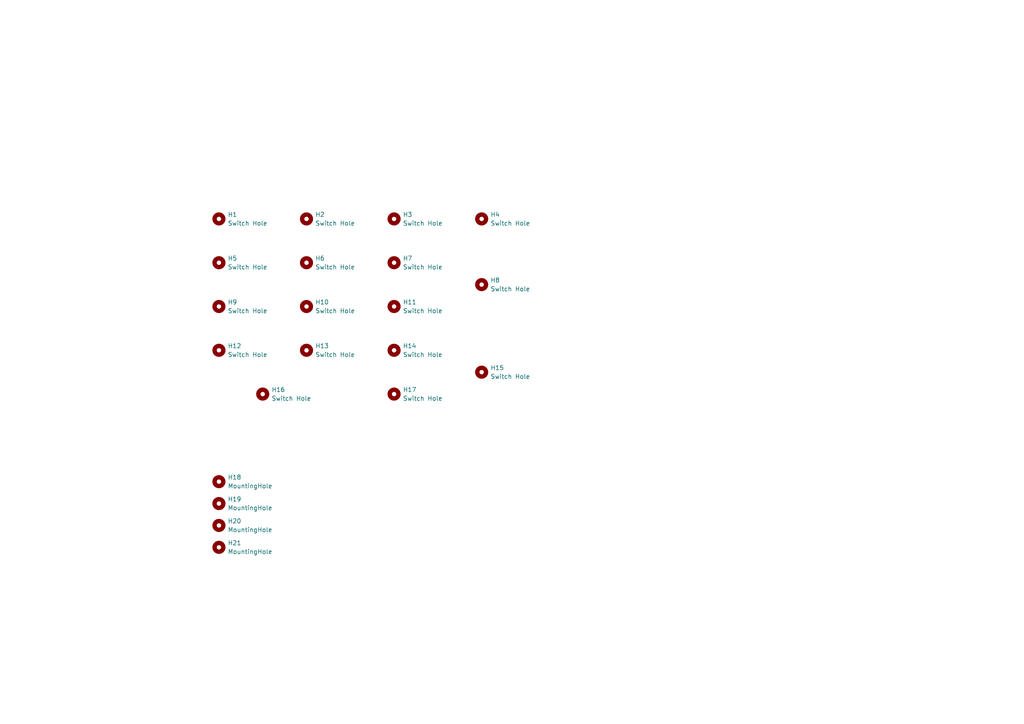
<source format=kicad_sch>
(kicad_sch (version 20230121) (generator eeschema)
  (paper "A4")
  (lib_symbols
    (symbol "Mechanical:MountingHole" (pin_names (offset 1.016))
      (property "Reference" "H" (at 0 5.08 0))
      (property "Value" "MountingHole" (at 0 3.175 0))
      (symbol "MountingHole_0_1"
        (circle (center 0 0) (radius 1.27) (stroke (width 1.27)))
      )
    )
  )
  (symbol (lib_id "Mechanical:MountingHole") (at 63.5 76.2 0) (unit 1)
    (property "Reference" "H5" (at 66.04 74.93 0) (effects (justify left)))
    (property "Value" "Switch Hole" (at 66.04 77.47 0) (effects (justify left)))
    (property "Footprint" "Ultramarine-2:MX_TopPlate" (effects hide))
  )
  (symbol (lib_id "Mechanical:MountingHole") (at 63.5 139.7 0) (unit 1)
    (property "Reference" "H18" (at 66.04 138.43 0) (effects (justify left)))
    (property "Value" "MountingHole" (at 66.04 140.97 0) (effects (justify left)))
    (property "Footprint" "MountingHole:MountingHole_2.2mm_M2" (effects hide))
  )
  (symbol (lib_id "Mechanical:MountingHole") (at 63.5 152.4 0) (unit 1)
    (property "Reference" "H20" (at 66.04 151.13 0) (effects (justify left)))
    (property "Value" "MountingHole" (at 66.04 153.67 0) (effects (justify left)))
    (property "Footprint" "MountingHole:MountingHole_2.2mm_M2" (effects hide))
  )
  (symbol (lib_id "Mechanical:MountingHole") (at 114.3 114.3 0) (unit 1)
    (property "Reference" "H17" (at 116.84 113.03 0) (effects (justify left)))
    (property "Value" "Switch Hole" (at 116.84 115.57 0) (effects (justify left)))
    (property "Footprint" "Ultramarine-2:MX_TopPlate" (effects hide))
  )
  (symbol (lib_id "Mechanical:MountingHole") (at 114.3 76.2 0) (unit 1)
    (property "Reference" "H7" (at 116.84 74.93 0) (effects (justify left)))
    (property "Value" "Switch Hole" (at 116.84 77.47 0) (effects (justify left)))
    (property "Footprint" "Ultramarine-2:MX_TopPlate" (effects hide))
  )
  (symbol (lib_id "Mechanical:MountingHole") (at 63.5 63.5 0) (unit 1)
    (property "Reference" "H1" (at 66.04 62.23 0) (effects (justify left)))
    (property "Value" "Switch Hole" (at 66.04 64.77 0) (effects (justify left)))
    (property "Footprint" "Ultramarine-2:MX_TopPlate" (effects hide))
  )
  (symbol (lib_id "Mechanical:MountingHole") (at 114.3 101.6 0) (unit 1)
    (property "Reference" "H14" (at 116.84 100.33 0) (effects (justify left)))
    (property "Value" "Switch Hole" (at 116.84 102.87 0) (effects (justify left)))
    (property "Footprint" "Ultramarine-2:MX_TopPlate" (effects hide))
  )
  (symbol (lib_id "Mechanical:MountingHole") (at 139.7 82.55 0) (unit 1)
    (property "Reference" "H8" (at 142.24 81.28 0) (effects (justify left)))
    (property "Value" "Switch Hole" (at 142.24 83.82 0) (effects (justify left)))
    (property "Footprint" "Ultramarine-2:MX TopPlate_2u" (effects hide))
  )
  (symbol (lib_id "Mechanical:MountingHole") (at 114.3 88.9 0) (unit 1)
    (property "Reference" "H11" (at 116.84 87.63 0) (effects (justify left)))
    (property "Value" "Switch Hole" (at 116.84 90.17 0) (effects (justify left)))
    (property "Footprint" "Ultramarine-2:MX_TopPlate" (effects hide))
  )
  (symbol (lib_id "Mechanical:MountingHole") (at 88.9 88.9 0) (unit 1)
    (property "Reference" "H10" (at 91.44 87.63 0) (effects (justify left)))
    (property "Value" "Switch Hole" (at 91.44 90.17 0) (effects (justify left)))
    (property "Footprint" "Ultramarine-2:MX_TopPlate" (effects hide))
  )
  (symbol (lib_id "Mechanical:MountingHole") (at 63.5 146.05 0) (unit 1)
    (property "Reference" "H19" (at 66.04 144.78 0) (effects (justify left)))
    (property "Value" "MountingHole" (at 66.04 147.32 0) (effects (justify left)))
    (property "Footprint" "MountingHole:MountingHole_2.2mm_M2" (effects hide))
  )
  (symbol (lib_id "Mechanical:MountingHole") (at 63.5 158.75 0) (unit 1)
    (property "Reference" "H21" (at 66.04 157.48 0) (effects (justify left)))
    (property "Value" "MountingHole" (at 66.04 160.02 0) (effects (justify left)))
    (property "Footprint" "MountingHole:MountingHole_2.2mm_M2" (effects hide))
  )
  (symbol (lib_id "Mechanical:MountingHole") (at 63.5 88.9 0) (unit 1)
    (property "Reference" "H9" (at 66.04 87.63 0) (effects (justify left)))
    (property "Value" "Switch Hole" (at 66.04 90.17 0) (effects (justify left)))
    (property "Footprint" "Ultramarine-2:MX_TopPlate" (effects hide))
  )
  (symbol (lib_id "Mechanical:MountingHole") (at 76.2 114.3 0) (unit 1)
    (property "Reference" "H16" (at 78.74 113.03 0) (effects (justify left)))
    (property "Value" "Switch Hole" (at 78.74 115.57 0) (effects (justify left)))
    (property "Footprint" "Ultramarine-2:MX TopPlate_2u" (effects hide))
  )
  (symbol (lib_id "Mechanical:MountingHole") (at 139.7 107.95 0) (unit 1)
    (property "Reference" "H15" (at 142.24 106.68 0) (effects (justify left)))
    (property "Value" "Switch Hole" (at 142.24 109.22 0) (effects (justify left)))
    (property "Footprint" "Ultramarine-2:MX TopPlate_2u" (effects hide))
  )
  (symbol (lib_id "Mechanical:MountingHole") (at 88.9 63.5 0) (unit 1)
    (property "Reference" "H2" (at 91.44 62.23 0) (effects (justify left)))
    (property "Value" "Switch Hole" (at 91.44 64.77 0) (effects (justify left)))
    (property "Footprint" "Ultramarine-2:MX_TopPlate" (effects hide))
  )
  (symbol (lib_id "Mechanical:MountingHole") (at 139.7 63.5 0) (unit 1)
    (property "Reference" "H4" (at 142.24 62.23 0) (effects (justify left)))
    (property "Value" "Switch Hole" (at 142.24 64.77 0) (effects (justify left)))
    (property "Footprint" "Ultramarine-2:MX_TopPlate" (effects hide))
  )
  (symbol (lib_id "Mechanical:MountingHole") (at 114.3 63.5 0) (unit 1)
    (property "Reference" "H3" (at 116.84 62.23 0) (effects (justify left)))
    (property "Value" "Switch Hole" (at 116.84 64.77 0) (effects (justify left)))
    (property "Footprint" "Ultramarine-2:MX_TopPlate" (effects hide))
  )
  (symbol (lib_id "Mechanical:MountingHole") (at 88.9 101.6 0) (unit 1)
    (property "Reference" "H13" (at 91.44 100.33 0) (effects (justify left)))
    (property "Value" "Switch Hole" (at 91.44 102.87 0) (effects (justify left)))
    (property "Footprint" "Ultramarine-2:MX_TopPlate" (effects hide))
  )
  (symbol (lib_id "Mechanical:MountingHole") (at 63.5 101.6 0) (unit 1)
    (property "Reference" "H12" (at 66.04 100.33 0) (effects (justify left)))
    (property "Value" "Switch Hole" (at 66.04 102.87 0) (effects (justify left)))
    (property "Footprint" "Ultramarine-2:MX_TopPlate" (effects hide))
  )
  (symbol (lib_id "Mechanical:MountingHole") (at 88.9 76.2 0) (unit 1)
    (property "Reference" "H6" (at 91.44 74.93 0) (effects (justify left)))
    (property "Value" "Switch Hole" (at 91.44 77.47 0) (effects (justify left)))
    (property "Footprint" "Ultramarine-2:MX_TopPlate" (effects hide))
  )
)
</source>
